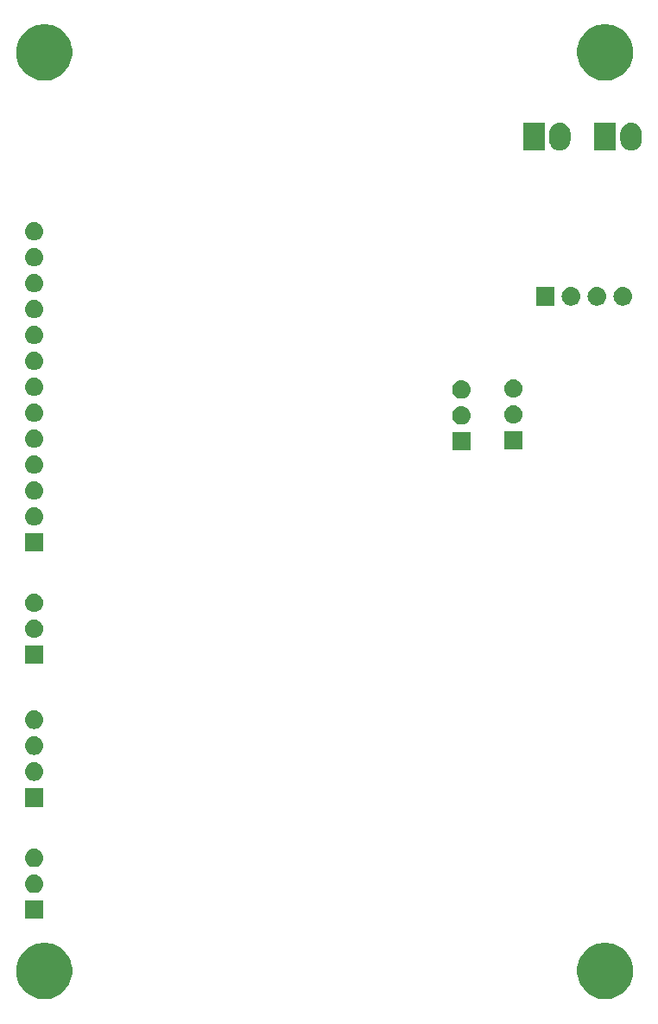
<source format=gbr>
G04 #@! TF.GenerationSoftware,KiCad,Pcbnew,5.1.0-unknown-c054944~86~ubuntu19.04.1*
G04 #@! TF.CreationDate,2019-05-08T15:05:49-04:00*
G04 #@! TF.ProjectId,LTC6811,4c544336-3831-4312-9e6b-696361645f70,rev?*
G04 #@! TF.SameCoordinates,Original*
G04 #@! TF.FileFunction,Soldermask,Bot*
G04 #@! TF.FilePolarity,Negative*
%FSLAX46Y46*%
G04 Gerber Fmt 4.6, Leading zero omitted, Abs format (unit mm)*
G04 Created by KiCad (PCBNEW 5.1.0-unknown-c054944~86~ubuntu19.04.1) date 2019-05-08 15:05:49*
%MOMM*%
%LPD*%
G04 APERTURE LIST*
%ADD10C,0.100000*%
G04 APERTURE END LIST*
D10*
G36*
X5536693Y-92301859D02*
G01*
X5802437Y-92354719D01*
X6303087Y-92562095D01*
X6483561Y-92682684D01*
X6753660Y-92863158D01*
X7136842Y-93246340D01*
X7317316Y-93516439D01*
X7437905Y-93696913D01*
X7571363Y-94019109D01*
X7645281Y-94197564D01*
X7751000Y-94729049D01*
X7751000Y-95270951D01*
X7715186Y-95451000D01*
X7645281Y-95802437D01*
X7437905Y-96303087D01*
X7381521Y-96387471D01*
X7136842Y-96753660D01*
X6753660Y-97136842D01*
X6490774Y-97312496D01*
X6303087Y-97437905D01*
X5802437Y-97645281D01*
X5536694Y-97698140D01*
X5270951Y-97751000D01*
X4729049Y-97751000D01*
X4463306Y-97698140D01*
X4197563Y-97645281D01*
X3696913Y-97437905D01*
X3509226Y-97312496D01*
X3246340Y-97136842D01*
X2863158Y-96753660D01*
X2618479Y-96387471D01*
X2562095Y-96303087D01*
X2354719Y-95802437D01*
X2284814Y-95451000D01*
X2249000Y-95270951D01*
X2249000Y-94729049D01*
X2354719Y-94197564D01*
X2428637Y-94019109D01*
X2562095Y-93696913D01*
X2682684Y-93516439D01*
X2863158Y-93246340D01*
X3246340Y-92863158D01*
X3516439Y-92682684D01*
X3696913Y-92562095D01*
X4197563Y-92354719D01*
X4463307Y-92301859D01*
X4729049Y-92249000D01*
X5270951Y-92249000D01*
X5536693Y-92301859D01*
X5536693Y-92301859D01*
G37*
G36*
X60536693Y-92301859D02*
G01*
X60802437Y-92354719D01*
X61303087Y-92562095D01*
X61483561Y-92682684D01*
X61753660Y-92863158D01*
X62136842Y-93246340D01*
X62317316Y-93516439D01*
X62437905Y-93696913D01*
X62571363Y-94019109D01*
X62645281Y-94197564D01*
X62751000Y-94729049D01*
X62751000Y-95270951D01*
X62715186Y-95451000D01*
X62645281Y-95802437D01*
X62437905Y-96303087D01*
X62381521Y-96387471D01*
X62136842Y-96753660D01*
X61753660Y-97136842D01*
X61490774Y-97312496D01*
X61303087Y-97437905D01*
X60802437Y-97645281D01*
X60536693Y-97698141D01*
X60270951Y-97751000D01*
X59729049Y-97751000D01*
X59463306Y-97698140D01*
X59197563Y-97645281D01*
X58696913Y-97437905D01*
X58509226Y-97312496D01*
X58246340Y-97136842D01*
X57863158Y-96753660D01*
X57618479Y-96387471D01*
X57562095Y-96303087D01*
X57354719Y-95802437D01*
X57284814Y-95451000D01*
X57249000Y-95270951D01*
X57249000Y-94729049D01*
X57354719Y-94197564D01*
X57428637Y-94019109D01*
X57562095Y-93696913D01*
X57682684Y-93516439D01*
X57863158Y-93246340D01*
X58246340Y-92863158D01*
X58516439Y-92682684D01*
X58696913Y-92562095D01*
X59197563Y-92354719D01*
X59463307Y-92301859D01*
X59729049Y-92249000D01*
X60270951Y-92249000D01*
X60536693Y-92301859D01*
X60536693Y-92301859D01*
G37*
G36*
X4901000Y-89901000D02*
G01*
X3099000Y-89901000D01*
X3099000Y-88099000D01*
X4901000Y-88099000D01*
X4901000Y-89901000D01*
X4901000Y-89901000D01*
G37*
G36*
X4110442Y-85565518D02*
G01*
X4176627Y-85572037D01*
X4346466Y-85623557D01*
X4502991Y-85707222D01*
X4538729Y-85736552D01*
X4640186Y-85819814D01*
X4723448Y-85921271D01*
X4752778Y-85957009D01*
X4836443Y-86113534D01*
X4887963Y-86283373D01*
X4905359Y-86460000D01*
X4887963Y-86636627D01*
X4836443Y-86806466D01*
X4752778Y-86962991D01*
X4723448Y-86998729D01*
X4640186Y-87100186D01*
X4538729Y-87183448D01*
X4502991Y-87212778D01*
X4346466Y-87296443D01*
X4176627Y-87347963D01*
X4110443Y-87354481D01*
X4044260Y-87361000D01*
X3955740Y-87361000D01*
X3889557Y-87354481D01*
X3823373Y-87347963D01*
X3653534Y-87296443D01*
X3497009Y-87212778D01*
X3461271Y-87183448D01*
X3359814Y-87100186D01*
X3276552Y-86998729D01*
X3247222Y-86962991D01*
X3163557Y-86806466D01*
X3112037Y-86636627D01*
X3094641Y-86460000D01*
X3112037Y-86283373D01*
X3163557Y-86113534D01*
X3247222Y-85957009D01*
X3276552Y-85921271D01*
X3359814Y-85819814D01*
X3461271Y-85736552D01*
X3497009Y-85707222D01*
X3653534Y-85623557D01*
X3823373Y-85572037D01*
X3889558Y-85565518D01*
X3955740Y-85559000D01*
X4044260Y-85559000D01*
X4110442Y-85565518D01*
X4110442Y-85565518D01*
G37*
G36*
X4110442Y-83025518D02*
G01*
X4176627Y-83032037D01*
X4346466Y-83083557D01*
X4502991Y-83167222D01*
X4538729Y-83196552D01*
X4640186Y-83279814D01*
X4723448Y-83381271D01*
X4752778Y-83417009D01*
X4836443Y-83573534D01*
X4887963Y-83743373D01*
X4905359Y-83920000D01*
X4887963Y-84096627D01*
X4836443Y-84266466D01*
X4752778Y-84422991D01*
X4723448Y-84458729D01*
X4640186Y-84560186D01*
X4538729Y-84643448D01*
X4502991Y-84672778D01*
X4346466Y-84756443D01*
X4176627Y-84807963D01*
X4110442Y-84814482D01*
X4044260Y-84821000D01*
X3955740Y-84821000D01*
X3889558Y-84814482D01*
X3823373Y-84807963D01*
X3653534Y-84756443D01*
X3497009Y-84672778D01*
X3461271Y-84643448D01*
X3359814Y-84560186D01*
X3276552Y-84458729D01*
X3247222Y-84422991D01*
X3163557Y-84266466D01*
X3112037Y-84096627D01*
X3094641Y-83920000D01*
X3112037Y-83743373D01*
X3163557Y-83573534D01*
X3247222Y-83417009D01*
X3276552Y-83381271D01*
X3359814Y-83279814D01*
X3461271Y-83196552D01*
X3497009Y-83167222D01*
X3653534Y-83083557D01*
X3823373Y-83032037D01*
X3889558Y-83025518D01*
X3955740Y-83019000D01*
X4044260Y-83019000D01*
X4110442Y-83025518D01*
X4110442Y-83025518D01*
G37*
G36*
X4901000Y-78901000D02*
G01*
X3099000Y-78901000D01*
X3099000Y-77099000D01*
X4901000Y-77099000D01*
X4901000Y-78901000D01*
X4901000Y-78901000D01*
G37*
G36*
X4110443Y-74565519D02*
G01*
X4176627Y-74572037D01*
X4346466Y-74623557D01*
X4502991Y-74707222D01*
X4538729Y-74736552D01*
X4640186Y-74819814D01*
X4723448Y-74921271D01*
X4752778Y-74957009D01*
X4836443Y-75113534D01*
X4887963Y-75283373D01*
X4905359Y-75460000D01*
X4887963Y-75636627D01*
X4836443Y-75806466D01*
X4752778Y-75962991D01*
X4723448Y-75998729D01*
X4640186Y-76100186D01*
X4538729Y-76183448D01*
X4502991Y-76212778D01*
X4346466Y-76296443D01*
X4176627Y-76347963D01*
X4110443Y-76354481D01*
X4044260Y-76361000D01*
X3955740Y-76361000D01*
X3889557Y-76354481D01*
X3823373Y-76347963D01*
X3653534Y-76296443D01*
X3497009Y-76212778D01*
X3461271Y-76183448D01*
X3359814Y-76100186D01*
X3276552Y-75998729D01*
X3247222Y-75962991D01*
X3163557Y-75806466D01*
X3112037Y-75636627D01*
X3094641Y-75460000D01*
X3112037Y-75283373D01*
X3163557Y-75113534D01*
X3247222Y-74957009D01*
X3276552Y-74921271D01*
X3359814Y-74819814D01*
X3461271Y-74736552D01*
X3497009Y-74707222D01*
X3653534Y-74623557D01*
X3823373Y-74572037D01*
X3889557Y-74565519D01*
X3955740Y-74559000D01*
X4044260Y-74559000D01*
X4110443Y-74565519D01*
X4110443Y-74565519D01*
G37*
G36*
X4110443Y-72025519D02*
G01*
X4176627Y-72032037D01*
X4346466Y-72083557D01*
X4502991Y-72167222D01*
X4538729Y-72196552D01*
X4640186Y-72279814D01*
X4723448Y-72381271D01*
X4752778Y-72417009D01*
X4836443Y-72573534D01*
X4887963Y-72743373D01*
X4905359Y-72920000D01*
X4887963Y-73096627D01*
X4836443Y-73266466D01*
X4752778Y-73422991D01*
X4723448Y-73458729D01*
X4640186Y-73560186D01*
X4538729Y-73643448D01*
X4502991Y-73672778D01*
X4346466Y-73756443D01*
X4176627Y-73807963D01*
X4110442Y-73814482D01*
X4044260Y-73821000D01*
X3955740Y-73821000D01*
X3889558Y-73814482D01*
X3823373Y-73807963D01*
X3653534Y-73756443D01*
X3497009Y-73672778D01*
X3461271Y-73643448D01*
X3359814Y-73560186D01*
X3276552Y-73458729D01*
X3247222Y-73422991D01*
X3163557Y-73266466D01*
X3112037Y-73096627D01*
X3094641Y-72920000D01*
X3112037Y-72743373D01*
X3163557Y-72573534D01*
X3247222Y-72417009D01*
X3276552Y-72381271D01*
X3359814Y-72279814D01*
X3461271Y-72196552D01*
X3497009Y-72167222D01*
X3653534Y-72083557D01*
X3823373Y-72032037D01*
X3889557Y-72025519D01*
X3955740Y-72019000D01*
X4044260Y-72019000D01*
X4110443Y-72025519D01*
X4110443Y-72025519D01*
G37*
G36*
X4110443Y-69485519D02*
G01*
X4176627Y-69492037D01*
X4346466Y-69543557D01*
X4502991Y-69627222D01*
X4538729Y-69656552D01*
X4640186Y-69739814D01*
X4723448Y-69841271D01*
X4752778Y-69877009D01*
X4836443Y-70033534D01*
X4887963Y-70203373D01*
X4905359Y-70380000D01*
X4887963Y-70556627D01*
X4836443Y-70726466D01*
X4752778Y-70882991D01*
X4723448Y-70918729D01*
X4640186Y-71020186D01*
X4538729Y-71103448D01*
X4502991Y-71132778D01*
X4346466Y-71216443D01*
X4176627Y-71267963D01*
X4110443Y-71274481D01*
X4044260Y-71281000D01*
X3955740Y-71281000D01*
X3889557Y-71274481D01*
X3823373Y-71267963D01*
X3653534Y-71216443D01*
X3497009Y-71132778D01*
X3461271Y-71103448D01*
X3359814Y-71020186D01*
X3276552Y-70918729D01*
X3247222Y-70882991D01*
X3163557Y-70726466D01*
X3112037Y-70556627D01*
X3094641Y-70380000D01*
X3112037Y-70203373D01*
X3163557Y-70033534D01*
X3247222Y-69877009D01*
X3276552Y-69841271D01*
X3359814Y-69739814D01*
X3461271Y-69656552D01*
X3497009Y-69627222D01*
X3653534Y-69543557D01*
X3823373Y-69492037D01*
X3889557Y-69485519D01*
X3955740Y-69479000D01*
X4044260Y-69479000D01*
X4110443Y-69485519D01*
X4110443Y-69485519D01*
G37*
G36*
X4901000Y-64901000D02*
G01*
X3099000Y-64901000D01*
X3099000Y-63099000D01*
X4901000Y-63099000D01*
X4901000Y-64901000D01*
X4901000Y-64901000D01*
G37*
G36*
X4110442Y-60565518D02*
G01*
X4176627Y-60572037D01*
X4346466Y-60623557D01*
X4502991Y-60707222D01*
X4538729Y-60736552D01*
X4640186Y-60819814D01*
X4723448Y-60921271D01*
X4752778Y-60957009D01*
X4836443Y-61113534D01*
X4887963Y-61283373D01*
X4905359Y-61460000D01*
X4887963Y-61636627D01*
X4836443Y-61806466D01*
X4752778Y-61962991D01*
X4723448Y-61998729D01*
X4640186Y-62100186D01*
X4538729Y-62183448D01*
X4502991Y-62212778D01*
X4346466Y-62296443D01*
X4176627Y-62347963D01*
X4110442Y-62354482D01*
X4044260Y-62361000D01*
X3955740Y-62361000D01*
X3889558Y-62354482D01*
X3823373Y-62347963D01*
X3653534Y-62296443D01*
X3497009Y-62212778D01*
X3461271Y-62183448D01*
X3359814Y-62100186D01*
X3276552Y-61998729D01*
X3247222Y-61962991D01*
X3163557Y-61806466D01*
X3112037Y-61636627D01*
X3094641Y-61460000D01*
X3112037Y-61283373D01*
X3163557Y-61113534D01*
X3247222Y-60957009D01*
X3276552Y-60921271D01*
X3359814Y-60819814D01*
X3461271Y-60736552D01*
X3497009Y-60707222D01*
X3653534Y-60623557D01*
X3823373Y-60572037D01*
X3889558Y-60565518D01*
X3955740Y-60559000D01*
X4044260Y-60559000D01*
X4110442Y-60565518D01*
X4110442Y-60565518D01*
G37*
G36*
X4110443Y-58025519D02*
G01*
X4176627Y-58032037D01*
X4346466Y-58083557D01*
X4502991Y-58167222D01*
X4538729Y-58196552D01*
X4640186Y-58279814D01*
X4723448Y-58381271D01*
X4752778Y-58417009D01*
X4836443Y-58573534D01*
X4887963Y-58743373D01*
X4905359Y-58920000D01*
X4887963Y-59096627D01*
X4836443Y-59266466D01*
X4752778Y-59422991D01*
X4723448Y-59458729D01*
X4640186Y-59560186D01*
X4538729Y-59643448D01*
X4502991Y-59672778D01*
X4346466Y-59756443D01*
X4176627Y-59807963D01*
X4110443Y-59814481D01*
X4044260Y-59821000D01*
X3955740Y-59821000D01*
X3889557Y-59814481D01*
X3823373Y-59807963D01*
X3653534Y-59756443D01*
X3497009Y-59672778D01*
X3461271Y-59643448D01*
X3359814Y-59560186D01*
X3276552Y-59458729D01*
X3247222Y-59422991D01*
X3163557Y-59266466D01*
X3112037Y-59096627D01*
X3094641Y-58920000D01*
X3112037Y-58743373D01*
X3163557Y-58573534D01*
X3247222Y-58417009D01*
X3276552Y-58381271D01*
X3359814Y-58279814D01*
X3461271Y-58196552D01*
X3497009Y-58167222D01*
X3653534Y-58083557D01*
X3823373Y-58032037D01*
X3889557Y-58025519D01*
X3955740Y-58019000D01*
X4044260Y-58019000D01*
X4110443Y-58025519D01*
X4110443Y-58025519D01*
G37*
G36*
X4901000Y-53901000D02*
G01*
X3099000Y-53901000D01*
X3099000Y-52099000D01*
X4901000Y-52099000D01*
X4901000Y-53901000D01*
X4901000Y-53901000D01*
G37*
G36*
X4110442Y-49565518D02*
G01*
X4176627Y-49572037D01*
X4346466Y-49623557D01*
X4502991Y-49707222D01*
X4538729Y-49736552D01*
X4640186Y-49819814D01*
X4723448Y-49921271D01*
X4752778Y-49957009D01*
X4836443Y-50113534D01*
X4887963Y-50283373D01*
X4905359Y-50460000D01*
X4887963Y-50636627D01*
X4836443Y-50806466D01*
X4752778Y-50962991D01*
X4723448Y-50998729D01*
X4640186Y-51100186D01*
X4538729Y-51183448D01*
X4502991Y-51212778D01*
X4346466Y-51296443D01*
X4176627Y-51347963D01*
X4110443Y-51354481D01*
X4044260Y-51361000D01*
X3955740Y-51361000D01*
X3889557Y-51354481D01*
X3823373Y-51347963D01*
X3653534Y-51296443D01*
X3497009Y-51212778D01*
X3461271Y-51183448D01*
X3359814Y-51100186D01*
X3276552Y-50998729D01*
X3247222Y-50962991D01*
X3163557Y-50806466D01*
X3112037Y-50636627D01*
X3094641Y-50460000D01*
X3112037Y-50283373D01*
X3163557Y-50113534D01*
X3247222Y-49957009D01*
X3276552Y-49921271D01*
X3359814Y-49819814D01*
X3461271Y-49736552D01*
X3497009Y-49707222D01*
X3653534Y-49623557D01*
X3823373Y-49572037D01*
X3889558Y-49565518D01*
X3955740Y-49559000D01*
X4044260Y-49559000D01*
X4110442Y-49565518D01*
X4110442Y-49565518D01*
G37*
G36*
X4110443Y-47025519D02*
G01*
X4176627Y-47032037D01*
X4346466Y-47083557D01*
X4502991Y-47167222D01*
X4538729Y-47196552D01*
X4640186Y-47279814D01*
X4723448Y-47381271D01*
X4752778Y-47417009D01*
X4836443Y-47573534D01*
X4887963Y-47743373D01*
X4905359Y-47920000D01*
X4887963Y-48096627D01*
X4836443Y-48266466D01*
X4752778Y-48422991D01*
X4723448Y-48458729D01*
X4640186Y-48560186D01*
X4538729Y-48643448D01*
X4502991Y-48672778D01*
X4346466Y-48756443D01*
X4176627Y-48807963D01*
X4110443Y-48814481D01*
X4044260Y-48821000D01*
X3955740Y-48821000D01*
X3889557Y-48814481D01*
X3823373Y-48807963D01*
X3653534Y-48756443D01*
X3497009Y-48672778D01*
X3461271Y-48643448D01*
X3359814Y-48560186D01*
X3276552Y-48458729D01*
X3247222Y-48422991D01*
X3163557Y-48266466D01*
X3112037Y-48096627D01*
X3094641Y-47920000D01*
X3112037Y-47743373D01*
X3163557Y-47573534D01*
X3247222Y-47417009D01*
X3276552Y-47381271D01*
X3359814Y-47279814D01*
X3461271Y-47196552D01*
X3497009Y-47167222D01*
X3653534Y-47083557D01*
X3823373Y-47032037D01*
X3889557Y-47025519D01*
X3955740Y-47019000D01*
X4044260Y-47019000D01*
X4110443Y-47025519D01*
X4110443Y-47025519D01*
G37*
G36*
X4110442Y-44485518D02*
G01*
X4176627Y-44492037D01*
X4346466Y-44543557D01*
X4502991Y-44627222D01*
X4538729Y-44656552D01*
X4640186Y-44739814D01*
X4723448Y-44841271D01*
X4752778Y-44877009D01*
X4836443Y-45033534D01*
X4887963Y-45203373D01*
X4905359Y-45380000D01*
X4887963Y-45556627D01*
X4836443Y-45726466D01*
X4752778Y-45882991D01*
X4723448Y-45918729D01*
X4640186Y-46020186D01*
X4538729Y-46103448D01*
X4502991Y-46132778D01*
X4346466Y-46216443D01*
X4176627Y-46267963D01*
X4110442Y-46274482D01*
X4044260Y-46281000D01*
X3955740Y-46281000D01*
X3889558Y-46274482D01*
X3823373Y-46267963D01*
X3653534Y-46216443D01*
X3497009Y-46132778D01*
X3461271Y-46103448D01*
X3359814Y-46020186D01*
X3276552Y-45918729D01*
X3247222Y-45882991D01*
X3163557Y-45726466D01*
X3112037Y-45556627D01*
X3094641Y-45380000D01*
X3112037Y-45203373D01*
X3163557Y-45033534D01*
X3247222Y-44877009D01*
X3276552Y-44841271D01*
X3359814Y-44739814D01*
X3461271Y-44656552D01*
X3497009Y-44627222D01*
X3653534Y-44543557D01*
X3823373Y-44492037D01*
X3889558Y-44485518D01*
X3955740Y-44479000D01*
X4044260Y-44479000D01*
X4110442Y-44485518D01*
X4110442Y-44485518D01*
G37*
G36*
X46801000Y-44001000D02*
G01*
X44999000Y-44001000D01*
X44999000Y-42199000D01*
X46801000Y-42199000D01*
X46801000Y-44001000D01*
X46801000Y-44001000D01*
G37*
G36*
X51901000Y-43901000D02*
G01*
X50099000Y-43901000D01*
X50099000Y-42099000D01*
X51901000Y-42099000D01*
X51901000Y-43901000D01*
X51901000Y-43901000D01*
G37*
G36*
X4110443Y-41945519D02*
G01*
X4176627Y-41952037D01*
X4346466Y-42003557D01*
X4502991Y-42087222D01*
X4517342Y-42099000D01*
X4640186Y-42199814D01*
X4723448Y-42301271D01*
X4752778Y-42337009D01*
X4836443Y-42493534D01*
X4887963Y-42663373D01*
X4905359Y-42840000D01*
X4887963Y-43016627D01*
X4836443Y-43186466D01*
X4752778Y-43342991D01*
X4723448Y-43378729D01*
X4640186Y-43480186D01*
X4538729Y-43563448D01*
X4502991Y-43592778D01*
X4346466Y-43676443D01*
X4176627Y-43727963D01*
X4110443Y-43734481D01*
X4044260Y-43741000D01*
X3955740Y-43741000D01*
X3889557Y-43734481D01*
X3823373Y-43727963D01*
X3653534Y-43676443D01*
X3497009Y-43592778D01*
X3461271Y-43563448D01*
X3359814Y-43480186D01*
X3276552Y-43378729D01*
X3247222Y-43342991D01*
X3163557Y-43186466D01*
X3112037Y-43016627D01*
X3094641Y-42840000D01*
X3112037Y-42663373D01*
X3163557Y-42493534D01*
X3247222Y-42337009D01*
X3276552Y-42301271D01*
X3359814Y-42199814D01*
X3482658Y-42099000D01*
X3497009Y-42087222D01*
X3653534Y-42003557D01*
X3823373Y-41952037D01*
X3889557Y-41945519D01*
X3955740Y-41939000D01*
X4044260Y-41939000D01*
X4110443Y-41945519D01*
X4110443Y-41945519D01*
G37*
G36*
X46010443Y-39665519D02*
G01*
X46076627Y-39672037D01*
X46246466Y-39723557D01*
X46402991Y-39807222D01*
X46438729Y-39836552D01*
X46540186Y-39919814D01*
X46623448Y-40021271D01*
X46652778Y-40057009D01*
X46736443Y-40213534D01*
X46787963Y-40383373D01*
X46805359Y-40560000D01*
X46787963Y-40736627D01*
X46736443Y-40906466D01*
X46652778Y-41062991D01*
X46623448Y-41098729D01*
X46540186Y-41200186D01*
X46438729Y-41283448D01*
X46402991Y-41312778D01*
X46246466Y-41396443D01*
X46076627Y-41447963D01*
X46010443Y-41454481D01*
X45944260Y-41461000D01*
X45855740Y-41461000D01*
X45789557Y-41454481D01*
X45723373Y-41447963D01*
X45553534Y-41396443D01*
X45397009Y-41312778D01*
X45361271Y-41283448D01*
X45259814Y-41200186D01*
X45176552Y-41098729D01*
X45147222Y-41062991D01*
X45063557Y-40906466D01*
X45012037Y-40736627D01*
X44994641Y-40560000D01*
X45012037Y-40383373D01*
X45063557Y-40213534D01*
X45147222Y-40057009D01*
X45176552Y-40021271D01*
X45259814Y-39919814D01*
X45361271Y-39836552D01*
X45397009Y-39807222D01*
X45553534Y-39723557D01*
X45723373Y-39672037D01*
X45789557Y-39665519D01*
X45855740Y-39659000D01*
X45944260Y-39659000D01*
X46010443Y-39665519D01*
X46010443Y-39665519D01*
G37*
G36*
X51110442Y-39565518D02*
G01*
X51176627Y-39572037D01*
X51346466Y-39623557D01*
X51502991Y-39707222D01*
X51522895Y-39723557D01*
X51640186Y-39819814D01*
X51722253Y-39919814D01*
X51752778Y-39957009D01*
X51836443Y-40113534D01*
X51887963Y-40283373D01*
X51905359Y-40460000D01*
X51887963Y-40636627D01*
X51836443Y-40806466D01*
X51752778Y-40962991D01*
X51723448Y-40998729D01*
X51640186Y-41100186D01*
X51538729Y-41183448D01*
X51502991Y-41212778D01*
X51346466Y-41296443D01*
X51176627Y-41347963D01*
X51110442Y-41354482D01*
X51044260Y-41361000D01*
X50955740Y-41361000D01*
X50889558Y-41354482D01*
X50823373Y-41347963D01*
X50653534Y-41296443D01*
X50497009Y-41212778D01*
X50461271Y-41183448D01*
X50359814Y-41100186D01*
X50276552Y-40998729D01*
X50247222Y-40962991D01*
X50163557Y-40806466D01*
X50112037Y-40636627D01*
X50094641Y-40460000D01*
X50112037Y-40283373D01*
X50163557Y-40113534D01*
X50247222Y-39957009D01*
X50277747Y-39919814D01*
X50359814Y-39819814D01*
X50477105Y-39723557D01*
X50497009Y-39707222D01*
X50653534Y-39623557D01*
X50823373Y-39572037D01*
X50889558Y-39565518D01*
X50955740Y-39559000D01*
X51044260Y-39559000D01*
X51110442Y-39565518D01*
X51110442Y-39565518D01*
G37*
G36*
X4110442Y-39405518D02*
G01*
X4176627Y-39412037D01*
X4346466Y-39463557D01*
X4502991Y-39547222D01*
X4517342Y-39559000D01*
X4640186Y-39659814D01*
X4723448Y-39761271D01*
X4752778Y-39797009D01*
X4836443Y-39953534D01*
X4887963Y-40123373D01*
X4905359Y-40300000D01*
X4887963Y-40476627D01*
X4836443Y-40646466D01*
X4752778Y-40802991D01*
X4749926Y-40806466D01*
X4640186Y-40940186D01*
X4538729Y-41023448D01*
X4502991Y-41052778D01*
X4346466Y-41136443D01*
X4176627Y-41187963D01*
X4110442Y-41194482D01*
X4044260Y-41201000D01*
X3955740Y-41201000D01*
X3889558Y-41194482D01*
X3823373Y-41187963D01*
X3653534Y-41136443D01*
X3497009Y-41052778D01*
X3461271Y-41023448D01*
X3359814Y-40940186D01*
X3250074Y-40806466D01*
X3247222Y-40802991D01*
X3163557Y-40646466D01*
X3112037Y-40476627D01*
X3094641Y-40300000D01*
X3112037Y-40123373D01*
X3163557Y-39953534D01*
X3247222Y-39797009D01*
X3276552Y-39761271D01*
X3359814Y-39659814D01*
X3482658Y-39559000D01*
X3497009Y-39547222D01*
X3653534Y-39463557D01*
X3823373Y-39412037D01*
X3889558Y-39405518D01*
X3955740Y-39399000D01*
X4044260Y-39399000D01*
X4110442Y-39405518D01*
X4110442Y-39405518D01*
G37*
G36*
X46010442Y-37125518D02*
G01*
X46076627Y-37132037D01*
X46246466Y-37183557D01*
X46402991Y-37267222D01*
X46438729Y-37296552D01*
X46540186Y-37379814D01*
X46623448Y-37481271D01*
X46652778Y-37517009D01*
X46736443Y-37673534D01*
X46787963Y-37843373D01*
X46805359Y-38020000D01*
X46787963Y-38196627D01*
X46736443Y-38366466D01*
X46652778Y-38522991D01*
X46623448Y-38558729D01*
X46540186Y-38660186D01*
X46438729Y-38743448D01*
X46402991Y-38772778D01*
X46246466Y-38856443D01*
X46076627Y-38907963D01*
X46010442Y-38914482D01*
X45944260Y-38921000D01*
X45855740Y-38921000D01*
X45789558Y-38914482D01*
X45723373Y-38907963D01*
X45553534Y-38856443D01*
X45397009Y-38772778D01*
X45361271Y-38743448D01*
X45259814Y-38660186D01*
X45176552Y-38558729D01*
X45147222Y-38522991D01*
X45063557Y-38366466D01*
X45012037Y-38196627D01*
X44994641Y-38020000D01*
X45012037Y-37843373D01*
X45063557Y-37673534D01*
X45147222Y-37517009D01*
X45176552Y-37481271D01*
X45259814Y-37379814D01*
X45361271Y-37296552D01*
X45397009Y-37267222D01*
X45553534Y-37183557D01*
X45723373Y-37132037D01*
X45789558Y-37125518D01*
X45855740Y-37119000D01*
X45944260Y-37119000D01*
X46010442Y-37125518D01*
X46010442Y-37125518D01*
G37*
G36*
X51110442Y-37025518D02*
G01*
X51176627Y-37032037D01*
X51346466Y-37083557D01*
X51502991Y-37167222D01*
X51522895Y-37183557D01*
X51640186Y-37279814D01*
X51722253Y-37379814D01*
X51752778Y-37417009D01*
X51836443Y-37573534D01*
X51887963Y-37743373D01*
X51905359Y-37920000D01*
X51887963Y-38096627D01*
X51836443Y-38266466D01*
X51752778Y-38422991D01*
X51723448Y-38458729D01*
X51640186Y-38560186D01*
X51538729Y-38643448D01*
X51502991Y-38672778D01*
X51346466Y-38756443D01*
X51176627Y-38807963D01*
X51110442Y-38814482D01*
X51044260Y-38821000D01*
X50955740Y-38821000D01*
X50889558Y-38814482D01*
X50823373Y-38807963D01*
X50653534Y-38756443D01*
X50497009Y-38672778D01*
X50461271Y-38643448D01*
X50359814Y-38560186D01*
X50276552Y-38458729D01*
X50247222Y-38422991D01*
X50163557Y-38266466D01*
X50112037Y-38096627D01*
X50094641Y-37920000D01*
X50112037Y-37743373D01*
X50163557Y-37573534D01*
X50247222Y-37417009D01*
X50277747Y-37379814D01*
X50359814Y-37279814D01*
X50477105Y-37183557D01*
X50497009Y-37167222D01*
X50653534Y-37083557D01*
X50823373Y-37032037D01*
X50889558Y-37025518D01*
X50955740Y-37019000D01*
X51044260Y-37019000D01*
X51110442Y-37025518D01*
X51110442Y-37025518D01*
G37*
G36*
X4110442Y-36865518D02*
G01*
X4176627Y-36872037D01*
X4346466Y-36923557D01*
X4502991Y-37007222D01*
X4517342Y-37019000D01*
X4640186Y-37119814D01*
X4723448Y-37221271D01*
X4752778Y-37257009D01*
X4836443Y-37413534D01*
X4887963Y-37583373D01*
X4905359Y-37760000D01*
X4887963Y-37936627D01*
X4836443Y-38106466D01*
X4752778Y-38262991D01*
X4749926Y-38266466D01*
X4640186Y-38400186D01*
X4538729Y-38483448D01*
X4502991Y-38512778D01*
X4346466Y-38596443D01*
X4176627Y-38647963D01*
X4110442Y-38654482D01*
X4044260Y-38661000D01*
X3955740Y-38661000D01*
X3889558Y-38654482D01*
X3823373Y-38647963D01*
X3653534Y-38596443D01*
X3497009Y-38512778D01*
X3461271Y-38483448D01*
X3359814Y-38400186D01*
X3250074Y-38266466D01*
X3247222Y-38262991D01*
X3163557Y-38106466D01*
X3112037Y-37936627D01*
X3094641Y-37760000D01*
X3112037Y-37583373D01*
X3163557Y-37413534D01*
X3247222Y-37257009D01*
X3276552Y-37221271D01*
X3359814Y-37119814D01*
X3482658Y-37019000D01*
X3497009Y-37007222D01*
X3653534Y-36923557D01*
X3823373Y-36872037D01*
X3889558Y-36865518D01*
X3955740Y-36859000D01*
X4044260Y-36859000D01*
X4110442Y-36865518D01*
X4110442Y-36865518D01*
G37*
G36*
X4110442Y-34325518D02*
G01*
X4176627Y-34332037D01*
X4346466Y-34383557D01*
X4502991Y-34467222D01*
X4538729Y-34496552D01*
X4640186Y-34579814D01*
X4723448Y-34681271D01*
X4752778Y-34717009D01*
X4836443Y-34873534D01*
X4887963Y-35043373D01*
X4905359Y-35220000D01*
X4887963Y-35396627D01*
X4836443Y-35566466D01*
X4752778Y-35722991D01*
X4723448Y-35758729D01*
X4640186Y-35860186D01*
X4538729Y-35943448D01*
X4502991Y-35972778D01*
X4346466Y-36056443D01*
X4176627Y-36107963D01*
X4110442Y-36114482D01*
X4044260Y-36121000D01*
X3955740Y-36121000D01*
X3889558Y-36114482D01*
X3823373Y-36107963D01*
X3653534Y-36056443D01*
X3497009Y-35972778D01*
X3461271Y-35943448D01*
X3359814Y-35860186D01*
X3276552Y-35758729D01*
X3247222Y-35722991D01*
X3163557Y-35566466D01*
X3112037Y-35396627D01*
X3094641Y-35220000D01*
X3112037Y-35043373D01*
X3163557Y-34873534D01*
X3247222Y-34717009D01*
X3276552Y-34681271D01*
X3359814Y-34579814D01*
X3461271Y-34496552D01*
X3497009Y-34467222D01*
X3653534Y-34383557D01*
X3823373Y-34332037D01*
X3889558Y-34325518D01*
X3955740Y-34319000D01*
X4044260Y-34319000D01*
X4110442Y-34325518D01*
X4110442Y-34325518D01*
G37*
G36*
X4110442Y-31785518D02*
G01*
X4176627Y-31792037D01*
X4346466Y-31843557D01*
X4502991Y-31927222D01*
X4538729Y-31956552D01*
X4640186Y-32039814D01*
X4723448Y-32141271D01*
X4752778Y-32177009D01*
X4836443Y-32333534D01*
X4887963Y-32503373D01*
X4905359Y-32680000D01*
X4887963Y-32856627D01*
X4836443Y-33026466D01*
X4752778Y-33182991D01*
X4723448Y-33218729D01*
X4640186Y-33320186D01*
X4538729Y-33403448D01*
X4502991Y-33432778D01*
X4346466Y-33516443D01*
X4176627Y-33567963D01*
X4110442Y-33574482D01*
X4044260Y-33581000D01*
X3955740Y-33581000D01*
X3889558Y-33574482D01*
X3823373Y-33567963D01*
X3653534Y-33516443D01*
X3497009Y-33432778D01*
X3461271Y-33403448D01*
X3359814Y-33320186D01*
X3276552Y-33218729D01*
X3247222Y-33182991D01*
X3163557Y-33026466D01*
X3112037Y-32856627D01*
X3094641Y-32680000D01*
X3112037Y-32503373D01*
X3163557Y-32333534D01*
X3247222Y-32177009D01*
X3276552Y-32141271D01*
X3359814Y-32039814D01*
X3461271Y-31956552D01*
X3497009Y-31927222D01*
X3653534Y-31843557D01*
X3823373Y-31792037D01*
X3889558Y-31785518D01*
X3955740Y-31779000D01*
X4044260Y-31779000D01*
X4110442Y-31785518D01*
X4110442Y-31785518D01*
G37*
G36*
X4110442Y-29245518D02*
G01*
X4176627Y-29252037D01*
X4346466Y-29303557D01*
X4502991Y-29387222D01*
X4522203Y-29402989D01*
X4640186Y-29499814D01*
X4723448Y-29601271D01*
X4752778Y-29637009D01*
X4836443Y-29793534D01*
X4887963Y-29963373D01*
X4905359Y-30140000D01*
X4887963Y-30316627D01*
X4836443Y-30486466D01*
X4752778Y-30642991D01*
X4723448Y-30678729D01*
X4640186Y-30780186D01*
X4538729Y-30863448D01*
X4502991Y-30892778D01*
X4346466Y-30976443D01*
X4176627Y-31027963D01*
X4110442Y-31034482D01*
X4044260Y-31041000D01*
X3955740Y-31041000D01*
X3889558Y-31034482D01*
X3823373Y-31027963D01*
X3653534Y-30976443D01*
X3497009Y-30892778D01*
X3461271Y-30863448D01*
X3359814Y-30780186D01*
X3276552Y-30678729D01*
X3247222Y-30642991D01*
X3163557Y-30486466D01*
X3112037Y-30316627D01*
X3094641Y-30140000D01*
X3112037Y-29963373D01*
X3163557Y-29793534D01*
X3247222Y-29637009D01*
X3276552Y-29601271D01*
X3359814Y-29499814D01*
X3477797Y-29402989D01*
X3497009Y-29387222D01*
X3653534Y-29303557D01*
X3823373Y-29252037D01*
X3889558Y-29245518D01*
X3955740Y-29239000D01*
X4044260Y-29239000D01*
X4110442Y-29245518D01*
X4110442Y-29245518D01*
G37*
G36*
X55001000Y-29801000D02*
G01*
X53199000Y-29801000D01*
X53199000Y-27999000D01*
X55001000Y-27999000D01*
X55001000Y-29801000D01*
X55001000Y-29801000D01*
G37*
G36*
X56750442Y-28005518D02*
G01*
X56816627Y-28012037D01*
X56986466Y-28063557D01*
X57142991Y-28147222D01*
X57178729Y-28176552D01*
X57280186Y-28259814D01*
X57356478Y-28352778D01*
X57392778Y-28397009D01*
X57476443Y-28553534D01*
X57527963Y-28723373D01*
X57545359Y-28900000D01*
X57527963Y-29076627D01*
X57476443Y-29246466D01*
X57392778Y-29402991D01*
X57363448Y-29438729D01*
X57280186Y-29540186D01*
X57178729Y-29623448D01*
X57142991Y-29652778D01*
X56986466Y-29736443D01*
X56816627Y-29787963D01*
X56750443Y-29794481D01*
X56684260Y-29801000D01*
X56595740Y-29801000D01*
X56529557Y-29794481D01*
X56463373Y-29787963D01*
X56293534Y-29736443D01*
X56137009Y-29652778D01*
X56101271Y-29623448D01*
X55999814Y-29540186D01*
X55916552Y-29438729D01*
X55887222Y-29402991D01*
X55803557Y-29246466D01*
X55752037Y-29076627D01*
X55734641Y-28900000D01*
X55752037Y-28723373D01*
X55803557Y-28553534D01*
X55887222Y-28397009D01*
X55923522Y-28352778D01*
X55999814Y-28259814D01*
X56101271Y-28176552D01*
X56137009Y-28147222D01*
X56293534Y-28063557D01*
X56463373Y-28012037D01*
X56529558Y-28005518D01*
X56595740Y-27999000D01*
X56684260Y-27999000D01*
X56750442Y-28005518D01*
X56750442Y-28005518D01*
G37*
G36*
X59290442Y-28005518D02*
G01*
X59356627Y-28012037D01*
X59526466Y-28063557D01*
X59682991Y-28147222D01*
X59718729Y-28176552D01*
X59820186Y-28259814D01*
X59896478Y-28352778D01*
X59932778Y-28397009D01*
X60016443Y-28553534D01*
X60067963Y-28723373D01*
X60085359Y-28900000D01*
X60067963Y-29076627D01*
X60016443Y-29246466D01*
X59932778Y-29402991D01*
X59903448Y-29438729D01*
X59820186Y-29540186D01*
X59718729Y-29623448D01*
X59682991Y-29652778D01*
X59526466Y-29736443D01*
X59356627Y-29787963D01*
X59290443Y-29794481D01*
X59224260Y-29801000D01*
X59135740Y-29801000D01*
X59069557Y-29794481D01*
X59003373Y-29787963D01*
X58833534Y-29736443D01*
X58677009Y-29652778D01*
X58641271Y-29623448D01*
X58539814Y-29540186D01*
X58456552Y-29438729D01*
X58427222Y-29402991D01*
X58343557Y-29246466D01*
X58292037Y-29076627D01*
X58274641Y-28900000D01*
X58292037Y-28723373D01*
X58343557Y-28553534D01*
X58427222Y-28397009D01*
X58463522Y-28352778D01*
X58539814Y-28259814D01*
X58641271Y-28176552D01*
X58677009Y-28147222D01*
X58833534Y-28063557D01*
X59003373Y-28012037D01*
X59069558Y-28005518D01*
X59135740Y-27999000D01*
X59224260Y-27999000D01*
X59290442Y-28005518D01*
X59290442Y-28005518D01*
G37*
G36*
X61830442Y-28005518D02*
G01*
X61896627Y-28012037D01*
X62066466Y-28063557D01*
X62222991Y-28147222D01*
X62258729Y-28176552D01*
X62360186Y-28259814D01*
X62436478Y-28352778D01*
X62472778Y-28397009D01*
X62556443Y-28553534D01*
X62607963Y-28723373D01*
X62625359Y-28900000D01*
X62607963Y-29076627D01*
X62556443Y-29246466D01*
X62472778Y-29402991D01*
X62443448Y-29438729D01*
X62360186Y-29540186D01*
X62258729Y-29623448D01*
X62222991Y-29652778D01*
X62066466Y-29736443D01*
X61896627Y-29787963D01*
X61830443Y-29794481D01*
X61764260Y-29801000D01*
X61675740Y-29801000D01*
X61609557Y-29794481D01*
X61543373Y-29787963D01*
X61373534Y-29736443D01*
X61217009Y-29652778D01*
X61181271Y-29623448D01*
X61079814Y-29540186D01*
X60996552Y-29438729D01*
X60967222Y-29402991D01*
X60883557Y-29246466D01*
X60832037Y-29076627D01*
X60814641Y-28900000D01*
X60832037Y-28723373D01*
X60883557Y-28553534D01*
X60967222Y-28397009D01*
X61003522Y-28352778D01*
X61079814Y-28259814D01*
X61181271Y-28176552D01*
X61217009Y-28147222D01*
X61373534Y-28063557D01*
X61543373Y-28012037D01*
X61609558Y-28005518D01*
X61675740Y-27999000D01*
X61764260Y-27999000D01*
X61830442Y-28005518D01*
X61830442Y-28005518D01*
G37*
G36*
X4110442Y-26705518D02*
G01*
X4176627Y-26712037D01*
X4346466Y-26763557D01*
X4502991Y-26847222D01*
X4538729Y-26876552D01*
X4640186Y-26959814D01*
X4723448Y-27061271D01*
X4752778Y-27097009D01*
X4836443Y-27253534D01*
X4887963Y-27423373D01*
X4905359Y-27600000D01*
X4887963Y-27776627D01*
X4836443Y-27946466D01*
X4752778Y-28102991D01*
X4723448Y-28138729D01*
X4640186Y-28240186D01*
X4538729Y-28323448D01*
X4502991Y-28352778D01*
X4346466Y-28436443D01*
X4176627Y-28487963D01*
X4110442Y-28494482D01*
X4044260Y-28501000D01*
X3955740Y-28501000D01*
X3889558Y-28494482D01*
X3823373Y-28487963D01*
X3653534Y-28436443D01*
X3497009Y-28352778D01*
X3461271Y-28323448D01*
X3359814Y-28240186D01*
X3276552Y-28138729D01*
X3247222Y-28102991D01*
X3163557Y-27946466D01*
X3112037Y-27776627D01*
X3094641Y-27600000D01*
X3112037Y-27423373D01*
X3163557Y-27253534D01*
X3247222Y-27097009D01*
X3276552Y-27061271D01*
X3359814Y-26959814D01*
X3461271Y-26876552D01*
X3497009Y-26847222D01*
X3653534Y-26763557D01*
X3823373Y-26712037D01*
X3889558Y-26705518D01*
X3955740Y-26699000D01*
X4044260Y-26699000D01*
X4110442Y-26705518D01*
X4110442Y-26705518D01*
G37*
G36*
X4110443Y-24165519D02*
G01*
X4176627Y-24172037D01*
X4346466Y-24223557D01*
X4502991Y-24307222D01*
X4538729Y-24336552D01*
X4640186Y-24419814D01*
X4723448Y-24521271D01*
X4752778Y-24557009D01*
X4836443Y-24713534D01*
X4887963Y-24883373D01*
X4905359Y-25060000D01*
X4887963Y-25236627D01*
X4836443Y-25406466D01*
X4752778Y-25562991D01*
X4723448Y-25598729D01*
X4640186Y-25700186D01*
X4538729Y-25783448D01*
X4502991Y-25812778D01*
X4346466Y-25896443D01*
X4176627Y-25947963D01*
X4110443Y-25954481D01*
X4044260Y-25961000D01*
X3955740Y-25961000D01*
X3889557Y-25954481D01*
X3823373Y-25947963D01*
X3653534Y-25896443D01*
X3497009Y-25812778D01*
X3461271Y-25783448D01*
X3359814Y-25700186D01*
X3276552Y-25598729D01*
X3247222Y-25562991D01*
X3163557Y-25406466D01*
X3112037Y-25236627D01*
X3094641Y-25060000D01*
X3112037Y-24883373D01*
X3163557Y-24713534D01*
X3247222Y-24557009D01*
X3276552Y-24521271D01*
X3359814Y-24419814D01*
X3461271Y-24336552D01*
X3497009Y-24307222D01*
X3653534Y-24223557D01*
X3823373Y-24172037D01*
X3889557Y-24165519D01*
X3955740Y-24159000D01*
X4044260Y-24159000D01*
X4110443Y-24165519D01*
X4110443Y-24165519D01*
G37*
G36*
X4110443Y-21625519D02*
G01*
X4176627Y-21632037D01*
X4346466Y-21683557D01*
X4502991Y-21767222D01*
X4538729Y-21796552D01*
X4640186Y-21879814D01*
X4723448Y-21981271D01*
X4752778Y-22017009D01*
X4836443Y-22173534D01*
X4887963Y-22343373D01*
X4905359Y-22520000D01*
X4887963Y-22696627D01*
X4836443Y-22866466D01*
X4752778Y-23022991D01*
X4723448Y-23058729D01*
X4640186Y-23160186D01*
X4538729Y-23243448D01*
X4502991Y-23272778D01*
X4346466Y-23356443D01*
X4176627Y-23407963D01*
X4110443Y-23414481D01*
X4044260Y-23421000D01*
X3955740Y-23421000D01*
X3889557Y-23414481D01*
X3823373Y-23407963D01*
X3653534Y-23356443D01*
X3497009Y-23272778D01*
X3461271Y-23243448D01*
X3359814Y-23160186D01*
X3276552Y-23058729D01*
X3247222Y-23022991D01*
X3163557Y-22866466D01*
X3112037Y-22696627D01*
X3094641Y-22520000D01*
X3112037Y-22343373D01*
X3163557Y-22173534D01*
X3247222Y-22017009D01*
X3276552Y-21981271D01*
X3359814Y-21879814D01*
X3461271Y-21796552D01*
X3497009Y-21767222D01*
X3653534Y-21683557D01*
X3823373Y-21632037D01*
X3889557Y-21625519D01*
X3955740Y-21619000D01*
X4044260Y-21619000D01*
X4110443Y-21625519D01*
X4110443Y-21625519D01*
G37*
G36*
X62746031Y-11914207D02*
G01*
X62944145Y-11974305D01*
X62944148Y-11974306D01*
X63010030Y-12009521D01*
X63126729Y-12071897D01*
X63286765Y-12203235D01*
X63418103Y-12363271D01*
X63418104Y-12363273D01*
X63515694Y-12545851D01*
X63515694Y-12545852D01*
X63515695Y-12545854D01*
X63575793Y-12743968D01*
X63591000Y-12898370D01*
X63591000Y-13601629D01*
X63575793Y-13756031D01*
X63531333Y-13902595D01*
X63515694Y-13954149D01*
X63449291Y-14078379D01*
X63418103Y-14136729D01*
X63286765Y-14296765D01*
X63126729Y-14428103D01*
X63040975Y-14473939D01*
X62944149Y-14525694D01*
X62944146Y-14525695D01*
X62746032Y-14585793D01*
X62540000Y-14606085D01*
X62333969Y-14585793D01*
X62135855Y-14525695D01*
X62135852Y-14525694D01*
X62039026Y-14473939D01*
X61953272Y-14428103D01*
X61793236Y-14296765D01*
X61661898Y-14136729D01*
X61639184Y-14094234D01*
X61564305Y-13954147D01*
X61523296Y-13818960D01*
X61504207Y-13756032D01*
X61489000Y-13601630D01*
X61489000Y-12898371D01*
X61504207Y-12743969D01*
X61564305Y-12545855D01*
X61564306Y-12545852D01*
X61599521Y-12479970D01*
X61661897Y-12363271D01*
X61793235Y-12203235D01*
X61953271Y-12071897D01*
X62039025Y-12026061D01*
X62135851Y-11974306D01*
X62135854Y-11974305D01*
X62333968Y-11914207D01*
X62540000Y-11893915D01*
X62746031Y-11914207D01*
X62746031Y-11914207D01*
G37*
G36*
X55746031Y-11914207D02*
G01*
X55944145Y-11974305D01*
X55944148Y-11974306D01*
X56010030Y-12009521D01*
X56126729Y-12071897D01*
X56286765Y-12203235D01*
X56418103Y-12363271D01*
X56418104Y-12363273D01*
X56515694Y-12545851D01*
X56515694Y-12545852D01*
X56515695Y-12545854D01*
X56575793Y-12743968D01*
X56591000Y-12898370D01*
X56591000Y-13601629D01*
X56575793Y-13756031D01*
X56531333Y-13902595D01*
X56515694Y-13954149D01*
X56449291Y-14078379D01*
X56418103Y-14136729D01*
X56286765Y-14296765D01*
X56126729Y-14428103D01*
X56040975Y-14473939D01*
X55944149Y-14525694D01*
X55944146Y-14525695D01*
X55746032Y-14585793D01*
X55540000Y-14606085D01*
X55333969Y-14585793D01*
X55135855Y-14525695D01*
X55135852Y-14525694D01*
X55039026Y-14473939D01*
X54953272Y-14428103D01*
X54793236Y-14296765D01*
X54661898Y-14136729D01*
X54639184Y-14094234D01*
X54564305Y-13954147D01*
X54523296Y-13818960D01*
X54504207Y-13756032D01*
X54489000Y-13601630D01*
X54489000Y-12898371D01*
X54504207Y-12743969D01*
X54564305Y-12545855D01*
X54564306Y-12545852D01*
X54599521Y-12479970D01*
X54661897Y-12363271D01*
X54793235Y-12203235D01*
X54953271Y-12071897D01*
X55039025Y-12026061D01*
X55135851Y-11974306D01*
X55135854Y-11974305D01*
X55333968Y-11914207D01*
X55540000Y-11893915D01*
X55746031Y-11914207D01*
X55746031Y-11914207D01*
G37*
G36*
X61051000Y-14601000D02*
G01*
X58949000Y-14601000D01*
X58949000Y-11899000D01*
X61051000Y-11899000D01*
X61051000Y-14601000D01*
X61051000Y-14601000D01*
G37*
G36*
X54051000Y-14601000D02*
G01*
X51949000Y-14601000D01*
X51949000Y-11899000D01*
X54051000Y-11899000D01*
X54051000Y-14601000D01*
X54051000Y-14601000D01*
G37*
G36*
X5536694Y-2301860D02*
G01*
X5802437Y-2354719D01*
X6303087Y-2562095D01*
X6483561Y-2682684D01*
X6753660Y-2863158D01*
X7136842Y-3246340D01*
X7317316Y-3516439D01*
X7437905Y-3696913D01*
X7571363Y-4019109D01*
X7645281Y-4197564D01*
X7751000Y-4729049D01*
X7751000Y-5270951D01*
X7715186Y-5451000D01*
X7645281Y-5802437D01*
X7437905Y-6303087D01*
X7381521Y-6387471D01*
X7136842Y-6753660D01*
X6753660Y-7136842D01*
X6490774Y-7312496D01*
X6303087Y-7437905D01*
X5802437Y-7645281D01*
X5536694Y-7698140D01*
X5270951Y-7751000D01*
X4729049Y-7751000D01*
X4463306Y-7698140D01*
X4197563Y-7645281D01*
X3696913Y-7437905D01*
X3509226Y-7312496D01*
X3246340Y-7136842D01*
X2863158Y-6753660D01*
X2618479Y-6387471D01*
X2562095Y-6303087D01*
X2354719Y-5802437D01*
X2284814Y-5451000D01*
X2249000Y-5270951D01*
X2249000Y-4729049D01*
X2354719Y-4197564D01*
X2428637Y-4019109D01*
X2562095Y-3696913D01*
X2682684Y-3516439D01*
X2863158Y-3246340D01*
X3246340Y-2863158D01*
X3516439Y-2682684D01*
X3696913Y-2562095D01*
X4197563Y-2354719D01*
X4463306Y-2301860D01*
X4729049Y-2249000D01*
X5270951Y-2249000D01*
X5536694Y-2301860D01*
X5536694Y-2301860D01*
G37*
G36*
X60536693Y-2301859D02*
G01*
X60802437Y-2354719D01*
X61303087Y-2562095D01*
X61483561Y-2682684D01*
X61753660Y-2863158D01*
X62136842Y-3246340D01*
X62317316Y-3516439D01*
X62437905Y-3696913D01*
X62571363Y-4019109D01*
X62645281Y-4197564D01*
X62751000Y-4729049D01*
X62751000Y-5270951D01*
X62715186Y-5451000D01*
X62645281Y-5802437D01*
X62437905Y-6303087D01*
X62381521Y-6387471D01*
X62136842Y-6753660D01*
X61753660Y-7136842D01*
X61490774Y-7312496D01*
X61303087Y-7437905D01*
X60802437Y-7645281D01*
X60536694Y-7698140D01*
X60270951Y-7751000D01*
X59729049Y-7751000D01*
X59463306Y-7698140D01*
X59197563Y-7645281D01*
X58696913Y-7437905D01*
X58509226Y-7312496D01*
X58246340Y-7136842D01*
X57863158Y-6753660D01*
X57618479Y-6387471D01*
X57562095Y-6303087D01*
X57354719Y-5802437D01*
X57284814Y-5451000D01*
X57249000Y-5270951D01*
X57249000Y-4729049D01*
X57354719Y-4197564D01*
X57428637Y-4019109D01*
X57562095Y-3696913D01*
X57682684Y-3516439D01*
X57863158Y-3246340D01*
X58246340Y-2863158D01*
X58516439Y-2682684D01*
X58696913Y-2562095D01*
X59197563Y-2354719D01*
X59463306Y-2301860D01*
X59729049Y-2249000D01*
X60270951Y-2249000D01*
X60536693Y-2301859D01*
X60536693Y-2301859D01*
G37*
M02*

</source>
